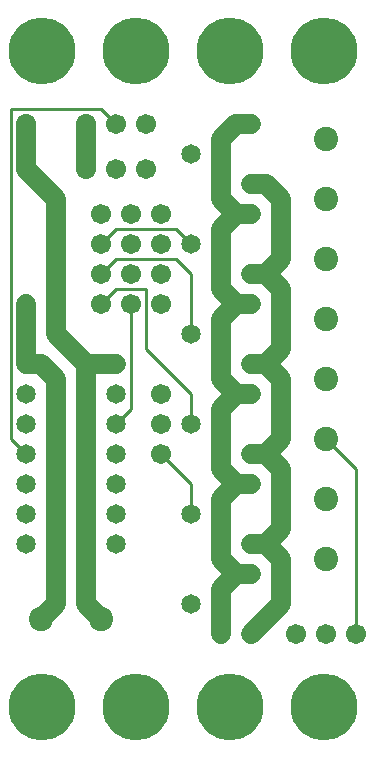
<source format=gtl>
%MOIN*%
%FSLAX25Y25*%
G04 D10 used for Character Trace; *
G04     Circle (OD=.01000) (No hole)*
G04 D11 used for Power Trace; *
G04     Circle (OD=.06700) (No hole)*
G04 D12 used for Signal Trace; *
G04     Circle (OD=.01100) (No hole)*
G04 D13 used for Via; *
G04     Circle (OD=.05800) (Round. Hole ID=.02800)*
G04 D14 used for Component hole; *
G04     Circle (OD=.06500) (Round. Hole ID=.03500)*
G04 D15 used for Component hole; *
G04     Circle (OD=.06700) (Round. Hole ID=.04300)*
G04 D16 used for Component hole; *
G04     Circle (OD=.08100) (Round. Hole ID=.05100)*
G04 D17 used for Component hole; *
G04     Circle (OD=.08900) (Round. Hole ID=.05900)*
G04 D18 used for Component hole; *
G04     Circle (OD=.11300) (Round. Hole ID=.08300)*
G04 D19 used for Component hole; *
G04     Circle (OD=.16000) (Round. Hole ID=.13000)*
G04 D20 used for Component hole; *
G04     Circle (OD=.18300) (Round. Hole ID=.15300)*
G04 D21 used for Component hole; *
G04     Circle (OD=.22291) (Round. Hole ID=.19291)*
%ADD10C,.01000*%
%ADD11C,.06700*%
%ADD12C,.01100*%
%ADD13C,.05800*%
%ADD14C,.06500*%
%ADD15C,.06700*%
%ADD16C,.08100*%
%ADD17C,.08900*%
%ADD18C,.11300*%
%ADD19C,.16000*%
%ADD20C,.18300*%
%ADD21C,.22291*%
%IPPOS*%
%LPD*%
G90*X0Y0D02*D21*X15625Y15625D03*D16*              
X35000Y45000D03*D11*X30000Y50000D01*Y130000D01*   
X40000D01*D14*D03*D11*X30000D02*X20000Y140000D01* 
Y150000D01*D14*D03*D11*Y185000D01*                
X10000Y195000D01*D15*D03*D11*Y210000D01*D15*D03*  
D12*X5000Y105000D02*Y215000D01*X10000Y100000D02*  
X5000Y105000D01*D14*X10000Y100000D03*Y110000D03*  
Y90000D03*Y120000D03*Y80000D03*D11*               
X20000Y50000D02*Y125000D01*X15000Y45000D02*       
X20000Y50000D01*D16*X15000Y45000D03*D14*          
X40000Y70000D03*X10000D03*D21*X46875Y15625D03*D14*
X40000Y80000D03*Y90000D03*X65000Y50000D03*        
Y80000D03*D12*Y90000D01*X55000Y100000D01*D15*D03* 
D14*X65000Y110000D03*D12*Y120000D01*              
X50000Y135000D01*Y155000D01*X40000D01*            
X35000Y150000D01*D15*D03*X45000Y160000D03*        
Y150000D03*D12*Y115000D01*X40000Y110000D01*D14*   
D03*Y120000D03*Y100000D03*D15*X55000Y110000D03*   
Y120000D03*D11*X20000Y125000D02*X15000Y130000D01* 
X10000D01*D14*D03*D11*Y150000D01*D14*D03*D15*     
X35000Y160000D03*D12*X40000Y165000D01*X60000D01*  
X65000Y160000D01*Y140000D01*D14*D03*D15*          
X55000Y150000D03*D11*X75000Y125000D02*Y145000D01* 
X80000Y120000D02*X75000Y125000D01*Y115000D02*     
X80000Y120000D01*X75000Y95000D02*Y115000D01*      
X80000Y90000D02*X75000Y95000D01*Y85000D02*        
X80000Y90000D01*X75000Y65000D02*Y85000D01*        
X80000Y60000D02*X75000Y65000D01*Y55000D02*        
X80000Y60000D01*X75000Y40000D02*Y55000D01*D13*    
Y40000D03*D14*X85000D03*D11*X95000Y50000D01*      
Y65000D01*X90000Y70000D01*X85000D01*D14*D03*D11*  
X90000D02*X95000Y75000D01*Y95000D01*              
X90000Y100000D01*X85000D01*D14*D03*D11*X90000D02* 
X95000Y105000D01*Y125000D01*X90000Y130000D01*     
X85000D01*D14*D03*D11*X90000D02*X95000Y135000D01* 
Y155000D01*X90000Y160000D01*X85000D01*D14*D03*D11*
X90000D02*X95000Y165000D01*Y185000D01*            
X90000Y190000D01*X85000D01*D14*D03*D11*           
X75000Y175000D02*X80000Y180000D01*                
X75000Y155000D02*Y175000D01*X80000Y150000D02*     
X75000Y155000D01*Y145000D02*X80000Y150000D01*     
X85000D01*D14*D03*X65000Y170000D03*D12*           
X60000Y175000D01*X40000D01*X35000Y170000D01*D15*  
D03*X45000Y180000D03*Y170000D03*X35000Y180000D03* 
X55000Y160000D03*Y170000D03*Y180000D03*           
X50000Y195000D03*X40000D03*X30000D03*D11*         
Y210000D01*D15*D03*D12*X40000D02*X35000Y215000D01*
D15*X40000Y210000D03*D12*X5000Y215000D02*         
X35000D01*D21*X15625Y234375D03*X46875D03*D15*     
X50000Y210000D03*D14*X65000Y200000D03*D11*        
X80000Y180000D02*X75000Y185000D01*                
X80000Y180000D02*X85000D01*D14*D03*D11*           
X75000Y185000D02*Y205000D01*X80000Y210000D01*     
X85000D01*D14*D03*D16*X110000Y185000D03*D21*      
X109375Y234375D03*D16*X110000Y205000D03*D21*      
X78125Y234375D03*D16*X110000Y165000D03*Y145000D03*
Y125000D03*D11*X80000Y120000D02*X85000D01*D14*D03*
D16*X110000Y105000D03*D12*X120000Y95000D01*       
Y40000D01*D15*D03*X110000D03*X100000D03*D21*      
X109375Y15625D03*D16*X110000Y65000D03*D14*        
X85000Y60000D03*D11*X80000D01*D14*X85000Y90000D03*
D11*X80000D01*D16*X110000Y85000D03*D21*           
X78125Y15625D03*M02*                              

</source>
